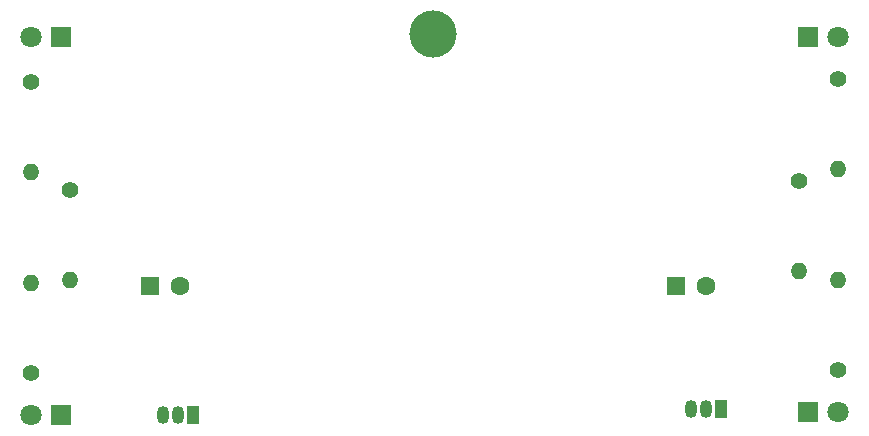
<source format=gts>
G04 #@! TF.GenerationSoftware,KiCad,Pcbnew,7.0.8*
G04 #@! TF.CreationDate,2023-10-22T13:22:11+01:00*
G04 #@! TF.ProjectId,Badge,42616467-652e-46b6-9963-61645f706362,rev?*
G04 #@! TF.SameCoordinates,Original*
G04 #@! TF.FileFunction,Soldermask,Top*
G04 #@! TF.FilePolarity,Negative*
%FSLAX46Y46*%
G04 Gerber Fmt 4.6, Leading zero omitted, Abs format (unit mm)*
G04 Created by KiCad (PCBNEW 7.0.8) date 2023-10-22 13:22:11*
%MOMM*%
%LPD*%
G01*
G04 APERTURE LIST*
%ADD10C,4.000000*%
%ADD11R,1.600000X1.600000*%
%ADD12C,1.600000*%
%ADD13C,1.400000*%
%ADD14O,1.400000X1.400000*%
%ADD15R,1.050000X1.500000*%
%ADD16O,1.050000X1.500000*%
%ADD17C,1.800000*%
%ADD18R,1.800000X1.800000*%
G04 APERTURE END LIST*
D10*
X114300000Y-29718000D03*
D11*
X134874000Y-51054000D03*
D12*
X137374000Y-51054000D03*
D11*
X90342323Y-51054000D03*
D12*
X92842323Y-51054000D03*
D13*
X148590000Y-33528000D03*
D14*
X148590000Y-41148000D03*
D13*
X80264000Y-33782000D03*
D14*
X80264000Y-41402000D03*
X148590000Y-50546000D03*
D13*
X148590000Y-58166000D03*
D15*
X138684000Y-61468000D03*
D16*
X137414000Y-61468000D03*
X136144000Y-61468000D03*
D17*
X80269000Y-29972000D03*
D18*
X82809000Y-29972000D03*
D17*
X148590000Y-29972000D03*
D18*
X146050000Y-29972000D03*
D17*
X80269000Y-61976000D03*
D18*
X82809000Y-61976000D03*
D14*
X80264000Y-50800000D03*
D13*
X80264000Y-58420000D03*
D14*
X145288000Y-49784000D03*
D13*
X145288000Y-42164000D03*
D15*
X93980000Y-61976000D03*
D16*
X92710000Y-61976000D03*
X91440000Y-61976000D03*
D14*
X83566000Y-50546000D03*
D13*
X83566000Y-42926000D03*
D18*
X146050000Y-61722000D03*
D17*
X148590000Y-61722000D03*
M02*

</source>
